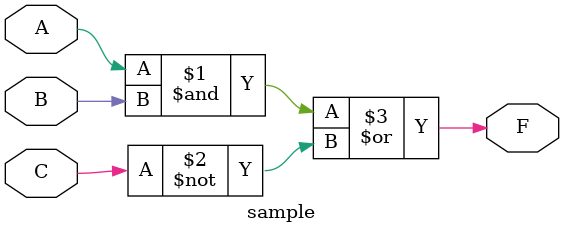
<source format=v>
`timescale 1ns / 1ps
module sample(
    input A,
    input B,
    input C,
    output F
    );
	 
assign F=(A&B)|~C;

endmodule

</source>
